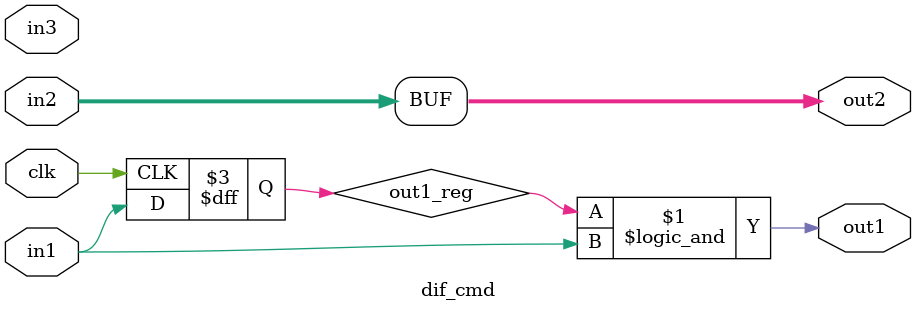
<source format=v>
module  dif_cmd(in1,in2,out1,out2,clk,in3);
input clk;

input in1;
input in3;
input [15:0] in2;
output wire  out1;
output wire [15:0] out2;

assign out2 = in2;
reg out1_reg;
//reg  out_b;
//assign out1 = out_b &in3;
assign out1 = out1_reg && in1;
always@(posedge clk)begin

	out1_reg <=in1;    //  从rdreq 拉高到 输出有效的fifo数据，要有1个周期延迟。

end 
endmodule
</source>
